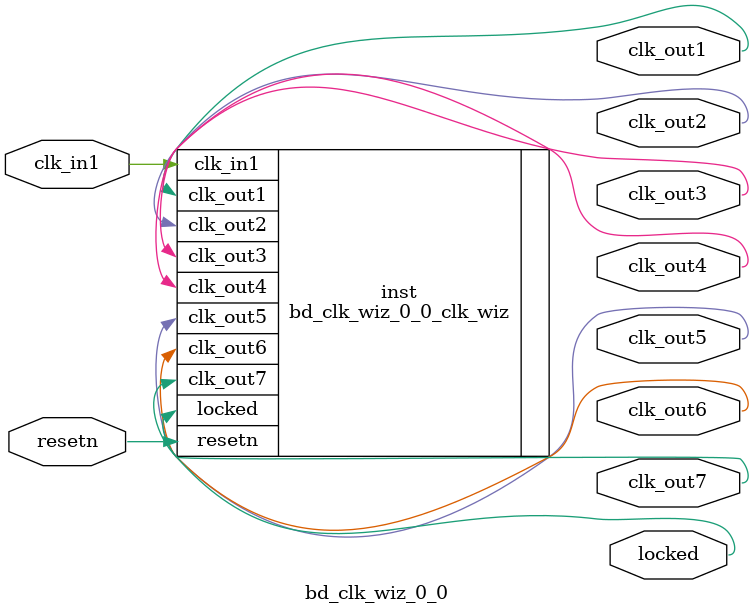
<source format=v>


`timescale 1ps/1ps

(* CORE_GENERATION_INFO = "bd_clk_wiz_0_0,clk_wiz_v6_0_6_0_0,{component_name=bd_clk_wiz_0_0,use_phase_alignment=false,use_min_o_jitter=false,use_max_i_jitter=false,use_dyn_phase_shift=false,use_inclk_switchover=false,use_dyn_reconfig=false,enable_axi=0,feedback_source=FDBK_AUTO,PRIMITIVE=MMCM,num_out_clk=7,clkin1_period=10.001,clkin2_period=10.000,use_power_down=false,use_reset=true,use_locked=true,use_inclk_stopped=false,feedback_type=SINGLE,CLOCK_MGR_TYPE=NA,manual_override=false}" *)

module bd_clk_wiz_0_0 
 (
  // Clock out ports
  output        clk_out1,
  output        clk_out2,
  output        clk_out3,
  output        clk_out4,
  output        clk_out5,
  output        clk_out6,
  output        clk_out7,
  // Status and control signals
  input         resetn,
  output        locked,
 // Clock in ports
  input         clk_in1
 );

  bd_clk_wiz_0_0_clk_wiz inst
  (
  // Clock out ports  
  .clk_out1(clk_out1),
  .clk_out2(clk_out2),
  .clk_out3(clk_out3),
  .clk_out4(clk_out4),
  .clk_out5(clk_out5),
  .clk_out6(clk_out6),
  .clk_out7(clk_out7),
  // Status and control signals               
  .resetn(resetn), 
  .locked(locked),
 // Clock in ports
  .clk_in1(clk_in1)
  );

endmodule

</source>
